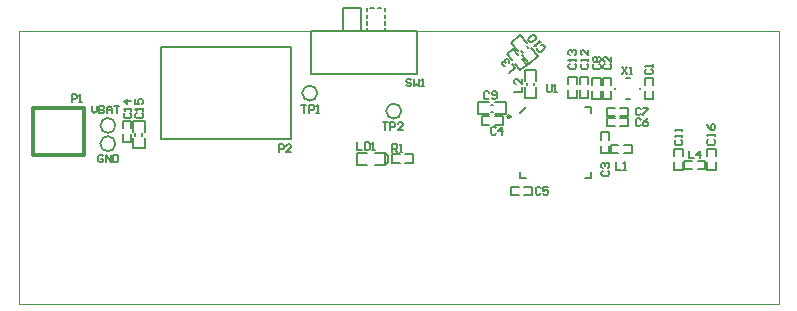
<source format=gto>
G04*
G04 #@! TF.GenerationSoftware,Altium Limited,Altium Designer,19.0.15 (446)*
G04*
G04 Layer_Color=65535*
%FSLAX24Y24*%
%MOIN*%
G70*
G01*
G75*
%ADD10C,0.0059*%
%ADD11C,0.0098*%
%ADD12C,0.0060*%
%ADD13C,0.0050*%
%ADD14C,0.0079*%
%ADD15C,0.0118*%
%ADD16C,0.0005*%
D10*
X3209Y5936D02*
G03*
X3209Y5936I-250J0D01*
G01*
Y5326D02*
G03*
X3209Y5326I-250J0D01*
G01*
X12738Y6412D02*
G03*
X12738Y6412I-250J0D01*
G01*
X9938Y7012D02*
G03*
X9938Y7012I-250J0D01*
G01*
X4724Y8551D02*
X9055D01*
Y5480D02*
Y8551D01*
X4724Y5480D02*
Y8551D01*
Y5480D02*
X9055D01*
D11*
X16383Y6226D02*
G03*
X16383Y6226I-49J0D01*
G01*
D12*
X22942Y4454D02*
X23217D01*
X22942Y5163D02*
X23217D01*
Y4907D02*
Y5163D01*
Y4454D02*
X23217Y4710D01*
X22942Y4907D02*
Y5163D01*
Y4454D02*
Y4710D01*
X22620Y4474D02*
X22876D01*
X22167D02*
X22423D01*
X22620Y4750D02*
X22876D01*
X22167D02*
X22423D01*
X22167Y4474D02*
Y4750D01*
X22876Y4474D02*
Y4750D01*
X21844Y5160D02*
X22119D01*
X21844Y4451D02*
X22119D01*
X21844D02*
Y4707D01*
Y4904D02*
Y5160D01*
X22119Y4451D02*
Y4707D01*
Y4904D02*
Y5160D01*
X12436Y4672D02*
Y4968D01*
X13124Y4672D02*
Y4968D01*
X12878Y4672D02*
X13124D01*
X12436D02*
X12682D01*
X12878Y4968D02*
X13124D01*
X12436D02*
X12682D01*
X13273Y7651D02*
Y9068D01*
X9730D02*
X13273D01*
X9730Y7651D02*
Y9068D01*
Y7651D02*
X13273D01*
X11698Y9856D02*
X11816D01*
X12190Y9068D02*
Y9186D01*
Y9289D02*
Y9407D01*
X11958Y9856D02*
X12057D01*
X11600Y9289D02*
Y9407D01*
Y9068D02*
Y9186D01*
Y9509D02*
Y9627D01*
X12190Y9509D02*
Y9627D01*
X11722Y9856D02*
X11820D01*
X12190Y9738D02*
Y9856D01*
X11600Y9738D02*
Y9856D01*
X10812Y9068D02*
Y9856D01*
X11403D01*
Y9068D02*
Y9856D01*
X3796Y6094D02*
X4190D01*
X3796Y5169D02*
X4190D01*
X3796D02*
Y5533D01*
Y5730D02*
Y6094D01*
X4190Y5169D02*
Y5533D01*
Y5730D02*
Y6094D01*
X3472Y6094D02*
X3747D01*
X3472Y5385D02*
X3747D01*
X3472D02*
Y5641D01*
Y5838D02*
Y6094D01*
X3747Y5385D02*
Y5641D01*
Y5838D02*
Y6094D01*
X18587Y7307D02*
Y7563D01*
Y6855D02*
Y7111D01*
X18312Y7307D02*
Y7563D01*
Y6855D02*
Y7111D01*
Y6855D02*
X18587D01*
X18312Y7563D02*
X18587D01*
X18967Y7307D02*
Y7563D01*
Y6855D02*
Y7111D01*
X18692Y7307D02*
Y7563D01*
Y6855D02*
Y7111D01*
Y6855D02*
X18967D01*
X18692Y7563D02*
X18967D01*
X17006Y7991D02*
X17307Y8244D01*
X16411Y8699D02*
X16713Y8953D01*
X16947Y8674D01*
X17073Y8523D02*
X17307Y8244D01*
X16411Y8699D02*
X16645Y8420D01*
X16772Y8270D02*
X17006Y7991D01*
X16547Y7968D02*
X16711Y7772D01*
X16256Y8314D02*
X16420Y8118D01*
X16758Y8145D02*
X16922Y7949D01*
X16467Y8492D02*
X16631Y8296D01*
X16256Y8314D02*
X16467Y8492D01*
X16711Y7772D02*
X16922Y7949D01*
X16852Y7774D02*
X17246D01*
X16852Y6849D02*
X17246D01*
Y7410D02*
Y7774D01*
Y6849D02*
Y7213D01*
X16852Y7410D02*
Y7774D01*
Y6849D02*
Y7213D01*
X15415Y5962D02*
Y6237D01*
X16123Y5962D02*
Y6237D01*
X15867Y5962D02*
X16123D01*
X15415D02*
X15671D01*
X15867Y6237D02*
X16123D01*
X15415D02*
X15671D01*
X16395Y3612D02*
Y3887D01*
X17103Y3612D02*
Y3887D01*
X16847Y3612D02*
X17103D01*
X16395D02*
X16651D01*
X16847Y3887D02*
X17103D01*
X16395D02*
X16651D01*
X20303Y6252D02*
Y6527D01*
X19595Y6252D02*
Y6527D01*
X19850D01*
X20047D02*
X20303D01*
X19595Y6252D02*
X19850D01*
X20047D02*
X20303D01*
X20851Y6815D02*
X21127D01*
X20851Y7524D02*
X21127D01*
Y7268D02*
Y7524D01*
Y6815D02*
Y7071D01*
X20851Y7268D02*
Y7524D01*
Y6815D02*
Y7071D01*
X20226Y7516D02*
X20352D01*
X19864Y7146D02*
Y7193D01*
X20226Y6823D02*
X20352D01*
X20714Y7146D02*
Y7193D01*
X19111Y7524D02*
X19387D01*
X19111Y6815D02*
X19387D01*
X19111D02*
Y7071D01*
Y7268D02*
Y7524D01*
X19387Y6815D02*
Y7071D01*
Y7268D02*
Y7524D01*
X15306Y6313D02*
Y6706D01*
X16232Y6313D02*
Y6706D01*
X15867Y6313D02*
X16232D01*
X15306D02*
X15670D01*
X15867Y6706D02*
X16232D01*
X15306D02*
X15670D01*
X19595Y5902D02*
Y6177D01*
X20303Y5902D02*
Y6177D01*
X20047Y5902D02*
X20303D01*
X19595D02*
X19851D01*
X20047Y6177D02*
X20303D01*
X19595D02*
X19851D01*
X19451Y7524D02*
X19727D01*
X19451Y6815D02*
X19727D01*
X19451D02*
Y7071D01*
Y7268D02*
Y7524D01*
X19727Y6815D02*
Y7071D01*
Y7268D02*
Y7524D01*
X20177Y5022D02*
X20433D01*
X19725D02*
X19980D01*
X20177Y5297D02*
X20433D01*
X19725D02*
X19980D01*
X19725Y5022D02*
Y5297D01*
X20433Y5022D02*
Y5297D01*
X19381Y5005D02*
X19657D01*
X19381Y5714D02*
X19657D01*
Y5458D02*
Y5714D01*
Y5005D02*
Y5261D01*
X19381Y5458D02*
Y5714D01*
Y5005D02*
Y5261D01*
X22975Y5477D02*
X22930Y5432D01*
Y5342D01*
X22975Y5297D01*
X23155D01*
X23200Y5342D01*
Y5432D01*
X23155Y5477D01*
X23200Y5567D02*
Y5657D01*
Y5612D01*
X22930D01*
X22975Y5567D01*
X22930Y5972D02*
X22975Y5882D01*
X23065Y5792D01*
X23155D01*
X23200Y5837D01*
Y5927D01*
X23155Y5972D01*
X23110D01*
X23065Y5927D01*
Y5792D01*
D13*
X11255Y5020D02*
X11605D01*
X11255Y4620D02*
X11605D01*
X11255D02*
Y5020D01*
X12305Y4720D02*
Y4920D01*
X12205Y4620D02*
Y5020D01*
X11855D02*
X12205D01*
X12305Y4920D01*
X11855Y4620D02*
X12205D01*
X12305Y4720D01*
X2429Y6586D02*
Y6420D01*
X2512Y6336D01*
X2596Y6420D01*
Y6586D01*
X2679D02*
Y6336D01*
X2804D01*
X2845Y6378D01*
Y6420D01*
X2804Y6461D01*
X2679D01*
X2804D01*
X2845Y6503D01*
Y6545D01*
X2804Y6586D01*
X2679D01*
X2929Y6336D02*
Y6503D01*
X3012Y6586D01*
X3095Y6503D01*
Y6336D01*
Y6461D01*
X2929D01*
X3179Y6586D02*
X3345D01*
X3262D01*
Y6336D01*
X2806Y4915D02*
X2764Y4956D01*
X2681D01*
X2639Y4915D01*
Y4748D01*
X2681Y4706D01*
X2764D01*
X2806Y4748D01*
Y4831D01*
X2722D01*
X2889Y4706D02*
Y4956D01*
X3055Y4706D01*
Y4956D01*
X3139D02*
Y4706D01*
X3264D01*
X3305Y4748D01*
Y4915D01*
X3264Y4956D01*
X3139D01*
X11270Y5373D02*
Y5123D01*
X11437D01*
X11520Y5373D02*
Y5123D01*
X11645D01*
X11687Y5165D01*
Y5332D01*
X11645Y5373D01*
X11520D01*
X11770Y5123D02*
X11853D01*
X11811D01*
Y5373D01*
X11770Y5332D01*
X12440Y5060D02*
Y5310D01*
X12565D01*
X12607Y5268D01*
Y5185D01*
X12565Y5143D01*
X12440D01*
X12523D02*
X12607Y5060D01*
X12690D02*
X12773D01*
X12732D01*
Y5310D01*
X12690Y5268D01*
X22330Y5090D02*
Y4840D01*
X22497D01*
X22705D02*
Y5090D01*
X22580Y4965D01*
X22747D01*
X21895Y5455D02*
X21853Y5413D01*
Y5330D01*
X21895Y5289D01*
X22061D01*
X22103Y5330D01*
Y5413D01*
X22061Y5455D01*
X22103Y5538D02*
Y5622D01*
Y5580D01*
X21853D01*
X21895Y5538D01*
X22103Y5747D02*
Y5830D01*
Y5788D01*
X21853D01*
X21895Y5747D01*
X12118Y6042D02*
X12285D01*
X12202D01*
Y5792D01*
X12368D02*
Y6042D01*
X12493D01*
X12535Y6000D01*
Y5917D01*
X12493Y5875D01*
X12368D01*
X12785Y5792D02*
X12618D01*
X12785Y5958D01*
Y6000D01*
X12743Y6042D01*
X12660D01*
X12618Y6000D01*
X9408Y6610D02*
X9575D01*
X9492D01*
Y6360D01*
X9658D02*
Y6610D01*
X9783D01*
X9825Y6568D01*
Y6485D01*
X9783Y6444D01*
X9658D01*
X9908Y6360D02*
X9991D01*
X9950D01*
Y6610D01*
X9908Y6568D01*
X13076Y7445D02*
X13034Y7486D01*
X12951D01*
X12909Y7445D01*
Y7403D01*
X12951Y7361D01*
X13034D01*
X13076Y7320D01*
Y7278D01*
X13034Y7236D01*
X12951D01*
X12909Y7278D01*
X13159Y7486D02*
Y7236D01*
X13242Y7320D01*
X13325Y7236D01*
Y7486D01*
X13409Y7236D02*
X13492D01*
X13450D01*
Y7486D01*
X13409Y7445D01*
X8659Y5056D02*
Y5306D01*
X8784D01*
X8826Y5265D01*
Y5181D01*
X8784Y5140D01*
X8659D01*
X9075Y5056D02*
X8909D01*
X9075Y5223D01*
Y5265D01*
X9034Y5306D01*
X8950D01*
X8909Y5265D01*
X1754Y6720D02*
Y6970D01*
X1879D01*
X1921Y6928D01*
Y6845D01*
X1879Y6803D01*
X1754D01*
X2004Y6720D02*
X2087D01*
X2045D01*
Y6970D01*
X2004Y6928D01*
X3919Y6344D02*
X3877Y6302D01*
Y6219D01*
X3919Y6177D01*
X4085D01*
X4127Y6219D01*
Y6302D01*
X4085Y6344D01*
X4127Y6427D02*
Y6510D01*
Y6468D01*
X3877D01*
X3919Y6427D01*
X3877Y6802D02*
Y6635D01*
X4002D01*
X3961Y6718D01*
Y6760D01*
X4002Y6802D01*
X4085D01*
X4127Y6760D01*
Y6677D01*
X4085Y6635D01*
X3529Y6344D02*
X3487Y6302D01*
Y6219D01*
X3529Y6177D01*
X3695D01*
X3737Y6219D01*
Y6302D01*
X3695Y6344D01*
X3737Y6427D02*
Y6510D01*
Y6468D01*
X3487D01*
X3529Y6427D01*
X3737Y6760D02*
X3487D01*
X3612Y6635D01*
Y6802D01*
X17276Y8503D02*
X17271Y8444D01*
X17324Y8380D01*
X17383Y8375D01*
X17510Y8482D01*
X17516Y8541D01*
X17462Y8605D01*
X17403Y8610D01*
X17382Y8701D02*
X17328Y8764D01*
X17355Y8732D01*
X17163Y8572D01*
X17222Y8567D01*
X17088Y8726D02*
X17030Y8731D01*
X16976Y8795D01*
X16981Y8854D01*
X17109Y8961D01*
X17168Y8956D01*
X17221Y8892D01*
X17216Y8833D01*
X17088Y8726D01*
X16338Y7688D02*
X16529Y7849D01*
X16422Y7977D01*
X16209Y7907D02*
X16151Y7912D01*
X16097Y7976D01*
X16102Y8034D01*
X16134Y8061D01*
X16193Y8056D01*
X16220Y8024D01*
X16193Y8056D01*
X16198Y8115D01*
X16230Y8141D01*
X16288Y8136D01*
X16342Y8072D01*
X16337Y8014D01*
X16509Y7062D02*
X16759D01*
Y7228D01*
Y7478D02*
Y7312D01*
X16593Y7478D01*
X16551D01*
X16509Y7436D01*
Y7353D01*
X16551Y7312D01*
X15896Y5837D02*
X15854Y5879D01*
X15771D01*
X15729Y5837D01*
Y5671D01*
X15771Y5629D01*
X15854D01*
X15896Y5671D01*
X16104Y5629D02*
Y5879D01*
X15979Y5754D01*
X16146D01*
X17388Y3840D02*
X17347Y3882D01*
X17263D01*
X17222Y3840D01*
Y3673D01*
X17263Y3632D01*
X17347D01*
X17388Y3673D01*
X17638Y3882D02*
X17472D01*
Y3757D01*
X17555Y3798D01*
X17597D01*
X17638Y3757D01*
Y3673D01*
X17597Y3632D01*
X17513D01*
X17472Y3673D01*
X20717Y6480D02*
X20676Y6522D01*
X20592D01*
X20551Y6480D01*
Y6313D01*
X20592Y6272D01*
X20676D01*
X20717Y6313D01*
X20800Y6522D02*
X20967D01*
Y6480D01*
X20800Y6313D01*
Y6272D01*
X20909Y7804D02*
X20867Y7763D01*
Y7679D01*
X20909Y7638D01*
X21076D01*
X21117Y7679D01*
Y7763D01*
X21076Y7804D01*
X21117Y7888D02*
Y7971D01*
Y7929D01*
X20867D01*
X20909Y7888D01*
X20099Y7900D02*
X20266Y7650D01*
Y7900D02*
X20099Y7650D01*
X20349D02*
X20432D01*
X20390D01*
Y7900D01*
X20349Y7858D01*
X19178Y7981D02*
X19137Y7939D01*
Y7856D01*
X19178Y7814D01*
X19345D01*
X19386Y7856D01*
Y7939D01*
X19345Y7981D01*
X19178Y8064D02*
X19137Y8106D01*
Y8189D01*
X19178Y8231D01*
X19220D01*
X19261Y8189D01*
X19303Y8231D01*
X19345D01*
X19386Y8189D01*
Y8106D01*
X19345Y8064D01*
X19303D01*
X19261Y8106D01*
X19220Y8064D01*
X19178D01*
X19261Y8106D02*
Y8189D01*
X15666Y7027D02*
X15624Y7069D01*
X15541D01*
X15499Y7027D01*
Y6861D01*
X15541Y6819D01*
X15624D01*
X15666Y6861D01*
X15749D02*
X15791Y6819D01*
X15874D01*
X15916Y6861D01*
Y7027D01*
X15874Y7069D01*
X15791D01*
X15749Y7027D01*
Y6986D01*
X15791Y6944D01*
X15916D01*
X20717Y6130D02*
X20676Y6172D01*
X20592D01*
X20551Y6130D01*
Y5963D01*
X20592Y5922D01*
X20676D01*
X20717Y5963D01*
X20967Y6172D02*
X20884Y6130D01*
X20800Y6047D01*
Y5963D01*
X20842Y5922D01*
X20925D01*
X20967Y5963D01*
Y6005D01*
X20925Y6047D01*
X20800D01*
X19518Y7981D02*
X19476Y7939D01*
Y7856D01*
X19518Y7814D01*
X19685D01*
X19726Y7856D01*
Y7939D01*
X19685Y7981D01*
X19726Y8231D02*
Y8064D01*
X19560Y8231D01*
X19518D01*
X19476Y8189D01*
Y8106D01*
X19518Y8064D01*
X17586Y7304D02*
Y7096D01*
X17628Y7054D01*
X17711D01*
X17753Y7096D01*
Y7304D01*
X17836Y7054D02*
X17920D01*
X17878D01*
Y7304D01*
X17836Y7263D01*
X19896Y4711D02*
Y4461D01*
X20063D01*
X20146D02*
X20230D01*
X20188D01*
Y4711D01*
X20146Y4670D01*
X19448Y4428D02*
X19406Y4386D01*
Y4303D01*
X19448Y4261D01*
X19615D01*
X19656Y4303D01*
Y4386D01*
X19615Y4428D01*
X19448Y4511D02*
X19406Y4553D01*
Y4636D01*
X19448Y4678D01*
X19490D01*
X19531Y4636D01*
Y4595D01*
Y4636D01*
X19573Y4678D01*
X19615D01*
X19656Y4636D01*
Y4553D01*
X19615Y4511D01*
X18762Y7998D02*
X18721Y7957D01*
Y7873D01*
X18762Y7832D01*
X18929D01*
X18971Y7873D01*
Y7957D01*
X18929Y7998D01*
X18971Y8082D02*
Y8165D01*
Y8123D01*
X18721D01*
X18762Y8082D01*
X18971Y8457D02*
Y8290D01*
X18804Y8457D01*
X18762D01*
X18721Y8415D01*
Y8332D01*
X18762Y8290D01*
X18352Y7998D02*
X18311Y7957D01*
Y7873D01*
X18352Y7832D01*
X18519D01*
X18561Y7873D01*
Y7957D01*
X18519Y7998D01*
X18561Y8082D02*
Y8165D01*
Y8123D01*
X18311D01*
X18352Y8082D01*
Y8290D02*
X18311Y8332D01*
Y8415D01*
X18352Y8457D01*
X18394D01*
X18436Y8415D01*
Y8373D01*
Y8415D01*
X18477Y8457D01*
X18519D01*
X18561Y8415D01*
Y8332D01*
X18519Y8290D01*
D14*
X16688Y6344D02*
X16885Y6541D01*
X18853D02*
X19050D01*
Y6344D02*
Y6541D01*
Y4179D02*
Y4375D01*
X18853Y4179D02*
X19050D01*
X16688D02*
X16885D01*
X16688D02*
Y4375D01*
X3875Y5592D02*
Y5671D01*
X4111Y5592D02*
Y5671D01*
X16924Y8578D02*
X16975Y8517D01*
X16743Y8426D02*
X16794Y8366D01*
X17167Y7272D02*
Y7351D01*
X16931Y7272D02*
Y7351D01*
X15730Y6392D02*
X15808D01*
X15730Y6628D02*
X15808D01*
D15*
X2151Y4952D02*
Y6527D01*
X478D02*
X2151D01*
X478Y4952D02*
Y6527D01*
Y4952D02*
X2151D01*
D16*
X25315Y0D02*
Y9094D01*
X0Y0D02*
Y9094D01*
X25315D01*
X0Y0D02*
X25315D01*
M02*

</source>
